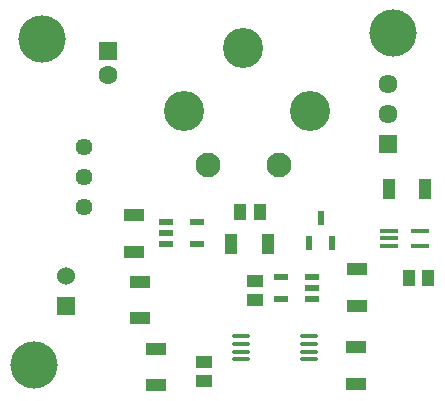
<source format=gbr>
%TF.GenerationSoftware,KiCad,Pcbnew,8.0.2*%
%TF.CreationDate,2024-06-16T16:48:04+02:00*%
%TF.ProjectId,Discharge Controller,44697363-6861-4726-9765-20436f6e7472,rev?*%
%TF.SameCoordinates,Original*%
%TF.FileFunction,Soldermask,Top*%
%TF.FilePolarity,Negative*%
%FSLAX46Y46*%
G04 Gerber Fmt 4.6, Leading zero omitted, Abs format (unit mm)*
G04 Created by KiCad (PCBNEW 8.0.2) date 2024-06-16 16:48:04*
%MOMM*%
%LPD*%
G01*
G04 APERTURE LIST*
G04 Aperture macros list*
%AMRoundRect*
0 Rectangle with rounded corners*
0 $1 Rounding radius*
0 $2 $3 $4 $5 $6 $7 $8 $9 X,Y pos of 4 corners*
0 Add a 4 corners polygon primitive as box body*
4,1,4,$2,$3,$4,$5,$6,$7,$8,$9,$2,$3,0*
0 Add four circle primitives for the rounded corners*
1,1,$1+$1,$2,$3*
1,1,$1+$1,$4,$5*
1,1,$1+$1,$6,$7*
1,1,$1+$1,$8,$9*
0 Add four rect primitives between the rounded corners*
20,1,$1+$1,$2,$3,$4,$5,0*
20,1,$1+$1,$4,$5,$6,$7,0*
20,1,$1+$1,$6,$7,$8,$9,0*
20,1,$1+$1,$8,$9,$2,$3,0*%
G04 Aperture macros list end*
%ADD10R,1.050000X1.800000*%
%ADD11C,2.100000*%
%ADD12C,3.400000*%
%ADD13R,1.470000X1.070000*%
%ADD14RoundRect,0.100000X0.637500X0.100000X-0.637500X0.100000X-0.637500X-0.100000X0.637500X-0.100000X0*%
%ADD15R,1.150000X0.600000*%
%ADD16R,1.800000X1.050000*%
%ADD17R,0.600000X1.300000*%
%ADD18R,1.070000X1.470000*%
%ADD19R,1.610000X1.610000*%
%ADD20C,1.610000*%
%ADD21R,1.530000X1.530000*%
%ADD22C,1.530000*%
%ADD23C,4.000000*%
%ADD24C,1.440000*%
%ADD25RoundRect,0.100000X-0.650000X-0.100000X0.650000X-0.100000X0.650000X0.100000X-0.650000X0.100000X0*%
%ADD26R,1.600000X1.600000*%
%ADD27C,1.600000*%
G04 APERTURE END LIST*
D10*
%TO.C,R1*%
X183048000Y-67099000D03*
X186148000Y-67099000D03*
%TD*%
D11*
%TO.C,K2*%
X173719500Y-65006500D03*
D12*
X176419500Y-60506500D03*
X170719500Y-55106500D03*
X165719500Y-60506500D03*
D11*
X167719500Y-65006500D03*
%TD*%
D13*
%TO.C,C5*%
X171704000Y-74872000D03*
X171704000Y-76512000D03*
%TD*%
D14*
%TO.C,U3*%
X176260600Y-81502800D03*
X176260600Y-80852800D03*
X176260600Y-80202800D03*
X176260600Y-79552800D03*
X170535600Y-79552800D03*
X170535600Y-80202800D03*
X170535600Y-80852800D03*
X170535600Y-81502800D03*
%TD*%
D15*
%TO.C,G2*%
X176560000Y-76388000D03*
X176560000Y-75438000D03*
X176560000Y-74488000D03*
X173960000Y-74488000D03*
X173960000Y-76388000D03*
%TD*%
D16*
%TO.C,R6*%
X161975800Y-78029400D03*
X161975800Y-74929400D03*
%TD*%
%TO.C,R2*%
X180340000Y-76962000D03*
X180340000Y-73862000D03*
%TD*%
D17*
%TO.C,Q1*%
X176342000Y-71662000D03*
X178242000Y-71662000D03*
X177292000Y-69562000D03*
%TD*%
D18*
%TO.C,C2*%
X186368000Y-74625200D03*
X184728000Y-74625200D03*
%TD*%
D19*
%TO.C,J1*%
X183000000Y-63246000D03*
D20*
X183000000Y-60706000D03*
X183000000Y-58166000D03*
%TD*%
D21*
%TO.C,J3*%
X155702000Y-76962000D03*
D22*
X155702000Y-74422000D03*
%TD*%
D13*
%TO.C,C3*%
X167386000Y-83370000D03*
X167386000Y-81730000D03*
%TD*%
D23*
%TO.C,*%
X153035000Y-81940400D03*
%TD*%
D18*
%TO.C,C4*%
X172140000Y-69000000D03*
X170500000Y-69000000D03*
%TD*%
D23*
%TO.C,*%
X153670000Y-54356000D03*
%TD*%
%TO.C,*%
X183388000Y-53848000D03*
%TD*%
D15*
%TO.C,G1*%
X164200000Y-69850000D03*
X164200000Y-70800000D03*
X164200000Y-71750000D03*
X166800000Y-71750000D03*
X166800000Y-69850000D03*
%TD*%
D10*
%TO.C,R4*%
X169703732Y-71726311D03*
X172803732Y-71726311D03*
%TD*%
D16*
%TO.C,R5*%
X180314000Y-83592000D03*
X180314000Y-80492000D03*
%TD*%
%TO.C,R7*%
X163322000Y-83693600D03*
X163322000Y-80593600D03*
%TD*%
D24*
%TO.C,U1*%
X157226000Y-68580000D03*
X157226000Y-66040000D03*
X157226000Y-63500000D03*
%TD*%
D16*
%TO.C,R3*%
X161500000Y-69316000D03*
X161500000Y-72416000D03*
%TD*%
D25*
%TO.C,U2*%
X183074000Y-70597000D03*
X183074000Y-71247000D03*
X183074000Y-71897000D03*
X185734000Y-71897000D03*
X185734000Y-70597000D03*
%TD*%
D26*
%TO.C,C1*%
X159258000Y-55432888D03*
D27*
X159258000Y-57432888D03*
%TD*%
M02*

</source>
